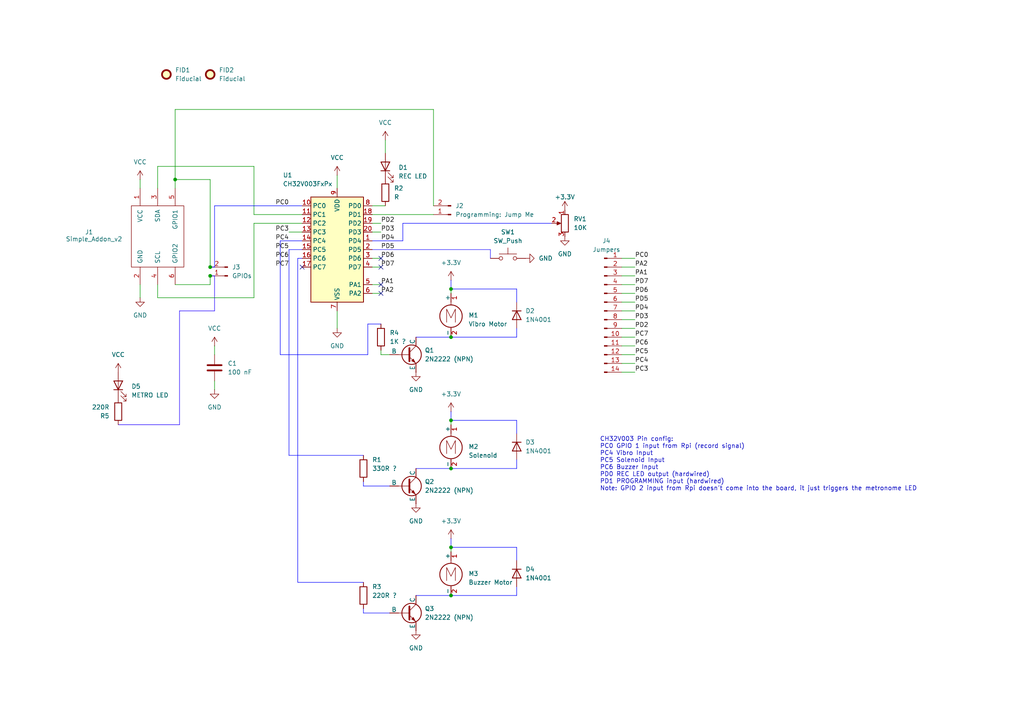
<source format=kicad_sch>
(kicad_sch (version 20231120) (generator "eeschema") (generator_version "8.0")
  (paper "A4")
  (lib_symbols
    (symbol "Connector:Conn_01x02_Pin" (pin_names (offset 1.016) hide)
      (property "Reference" "J" (at 0 2.54 0))
      (property "Value" "Conn_01x02_Pin" (at 0 -5.08 0))
      (symbol "Conn_01x02_Pin_1_1"
        (polyline (pts (xy 1.27 -2.54) (xy 0.8636 -2.54)) (stroke (width 0.1524)))
        (polyline (pts (xy 1.27 0) (xy 0.8636 0)) (stroke (width 0.1524)))
        (rectangle (start 0.8636 -2.413) (end 0 -2.667) (stroke (width 0.1524)) (fill (type outline)))
        (rectangle (start 0.8636 0.127) (end 0 -0.127) (stroke (width 0.1524)) (fill (type outline)))
        (pin passive line (at 5.08 0 180) (length 3.81) (name "Pin_1") (number "1"))
        (pin passive line (at 5.08 -2.54 180) (length 3.81) (name "Pin_2") (number "2"))
      )
    )
    (symbol "Connector:Conn_01x14_Pin" (pin_names (offset 1.016) hide)
      (property "Reference" "J" (at 0 17.78 0))
      (property "Value" "Conn_01x14_Pin" (at 0 -20.32 0))
      (symbol "Conn_01x14_Pin_1_1"
        (polyline (pts (xy 1.27 -17.78) (xy 0.8636 -17.78)) (stroke (width 0.1524)))
        (polyline (pts (xy 1.27 -15.24) (xy 0.8636 -15.24)) (stroke (width 0.1524)))
        (polyline (pts (xy 1.27 -12.7) (xy 0.8636 -12.7)) (stroke (width 0.1524)))
        (polyline (pts (xy 1.27 -10.16) (xy 0.8636 -10.16)) (stroke (width 0.1524)))
        (polyline (pts (xy 1.27 -7.62) (xy 0.8636 -7.62)) (stroke (width 0.1524)))
        (polyline (pts (xy 1.27 -5.08) (xy 0.8636 -5.08)) (stroke (width 0.1524)))
        (polyline (pts (xy 1.27 -2.54) (xy 0.8636 -2.54)) (stroke (width 0.1524)))
        (polyline (pts (xy 1.27 0) (xy 0.8636 0)) (stroke (width 0.1524)))
        (polyline (pts (xy 1.27 2.54) (xy 0.8636 2.54)) (stroke (width 0.1524)))
        (polyline (pts (xy 1.27 5.08) (xy 0.8636 5.08)) (stroke (width 0.1524)))
        (polyline (pts (xy 1.27 7.62) (xy 0.8636 7.62)) (stroke (width 0.1524)))
        (polyline (pts (xy 1.27 10.16) (xy 0.8636 10.16)) (stroke (width 0.1524)))
        (polyline (pts (xy 1.27 12.7) (xy 0.8636 12.7)) (stroke (width 0.1524)))
        (polyline (pts (xy 1.27 15.24) (xy 0.8636 15.24)) (stroke (width 0.1524)))
        (rectangle (start 0.8636 -17.653) (end 0 -17.907) (stroke (width 0.1524)) (fill (type outline)))
        (rectangle (start 0.8636 -15.113) (end 0 -15.367) (stroke (width 0.1524)) (fill (type outline)))
        (rectangle (start 0.8636 -12.573) (end 0 -12.827) (stroke (width 0.1524)) (fill (type outline)))
        (rectangle (start 0.8636 -10.033) (end 0 -10.287) (stroke (width 0.1524)) (fill (type outline)))
        (rectangle (start 0.8636 -7.493) (end 0 -7.747) (stroke (width 0.1524)) (fill (type outline)))
        (rectangle (start 0.8636 -4.953) (end 0 -5.207) (stroke (width 0.1524)) (fill (type outline)))
        (rectangle (start 0.8636 -2.413) (end 0 -2.667) (stroke (width 0.1524)) (fill (type outline)))
        (rectangle (start 0.8636 0.127) (end 0 -0.127) (stroke (width 0.1524)) (fill (type outline)))
        (rectangle (start 0.8636 2.667) (end 0 2.413) (stroke (width 0.1524)) (fill (type outline)))
        (rectangle (start 0.8636 5.207) (end 0 4.953) (stroke (width 0.1524)) (fill (type outline)))
        (rectangle (start 0.8636 7.747) (end 0 7.493) (stroke (width 0.1524)) (fill (type outline)))
        (rectangle (start 0.8636 10.287) (end 0 10.033) (stroke (width 0.1524)) (fill (type outline)))
        (rectangle (start 0.8636 12.827) (end 0 12.573) (stroke (width 0.1524)) (fill (type outline)))
        (rectangle (start 0.8636 15.367) (end 0 15.113) (stroke (width 0.1524)) (fill (type outline)))
        (pin passive line (at 5.08 15.24 180) (length 3.81) (name "Pin_1") (number "1"))
        (pin passive line (at 5.08 -7.62 180) (length 3.81) (name "Pin_10") (number "10"))
        (pin passive line (at 5.08 -10.16 180) (length 3.81) (name "Pin_11") (number "11"))
        (pin passive line (at 5.08 -12.7 180) (length 3.81) (name "Pin_12") (number "12"))
        (pin passive line (at 5.08 -15.24 180) (length 3.81) (name "Pin_13") (number "13"))
        (pin passive line (at 5.08 -17.78 180) (length 3.81) (name "Pin_14") (number "14"))
        (pin passive line (at 5.08 12.7 180) (length 3.81) (name "Pin_2") (number "2"))
        (pin passive line (at 5.08 10.16 180) (length 3.81) (name "Pin_3") (number "3"))
        (pin passive line (at 5.08 7.62 180) (length 3.81) (name "Pin_4") (number "4"))
        (pin passive line (at 5.08 5.08 180) (length 3.81) (name "Pin_5") (number "5"))
        (pin passive line (at 5.08 2.54 180) (length 3.81) (name "Pin_6") (number "6"))
        (pin passive line (at 5.08 0 180) (length 3.81) (name "Pin_7") (number "7"))
        (pin passive line (at 5.08 -2.54 180) (length 3.81) (name "Pin_8") (number "8"))
        (pin passive line (at 5.08 -5.08 180) (length 3.81) (name "Pin_9") (number "9"))
      )
    )
    (symbol "Device:C" (pin_numbers hide) (pin_names (offset 0.254))
      (property "Reference" "C" (at 0.635 2.54 0))
      (property "Value" "C" (at 0.635 -2.54 0))
      (symbol "C_0_1"
        (polyline (pts (xy -2.032 -0.762) (xy 2.032 -0.762)) (stroke (width 0.508)))
        (polyline (pts (xy -2.032 0.762) (xy 2.032 0.762)) (stroke (width 0.508)))
      )
      (symbol "C_1_1"
        (pin passive line (at 0 3.81 270) (length 2.794) (name "~") (number "1"))
        (pin passive line (at 0 -3.81 90) (length 2.794) (name "~") (number "2"))
      )
    )
    (symbol "Device:LED" (pin_numbers hide) (pin_names (offset 1.016) hide)
      (property "Reference" "D" (at 0 2.54 0))
      (property "Value" "LED" (at 0 -2.54 0))
      (symbol "LED_0_1"
        (polyline (pts (xy -1.27 -1.27) (xy -1.27 1.27)) (stroke (width 0.254)))
        (polyline (pts (xy -1.27 0) (xy 1.27 0)))
        (polyline (pts (xy 1.27 -1.27) (xy 1.27 1.27) (xy -1.27 0) (xy 1.27 -1.27)) (stroke (width 0.254)))
        (polyline (pts (xy -3.048 -0.762) (xy -4.572 -2.286) (xy -3.81 -2.286) (xy -4.572 -2.286) (xy -4.572 -1.524)))
        (polyline (pts (xy -1.778 -0.762) (xy -3.302 -2.286) (xy -2.54 -2.286) (xy -3.302 -2.286) (xy -3.302 -1.524)))
      )
      (symbol "LED_1_1"
        (pin passive line (at -3.81 0 0) (length 2.54) (name "K") (number "1"))
        (pin passive line (at 3.81 0 180) (length 2.54) (name "A") (number "2"))
      )
    )
    (symbol "Device:R" (pin_numbers hide) (pin_names (offset 0))
      (property "Reference" "R" (at 2.032 0 90))
      (property "Value" "R" (at 0 0 90))
      (symbol "R_0_1"
        (rectangle (start -1.016 -2.54) (end 1.016 2.54) (stroke (width 0.254)))
      )
      (symbol "R_1_1"
        (pin passive line (at 0 3.81 270) (length 1.27) (name "~") (number "1"))
        (pin passive line (at 0 -3.81 90) (length 1.27) (name "~") (number "2"))
      )
    )
    (symbol "Device:R_Potentiometer" (pin_names (offset 1.016) hide)
      (property "Reference" "RV" (at -4.445 0 90))
      (property "Value" "R_Potentiometer" (at -2.54 0 90))
      (symbol "R_Potentiometer_0_1"
        (polyline (pts (xy 2.54 0) (xy 1.524 0)))
        (polyline (pts (xy 1.143 0) (xy 2.286 0.508) (xy 2.286 -0.508) (xy 1.143 0)) (fill (type outline)))
        (rectangle (start 1.016 2.54) (end -1.016 -2.54) (stroke (width 0.254)))
      )
      (symbol "R_Potentiometer_1_1"
        (pin passive line (at 0 3.81 270) (length 1.27) (name "1") (number "1"))
        (pin passive line (at 3.81 0 180) (length 1.27) (name "2") (number "2"))
        (pin passive line (at 0 -3.81 90) (length 1.27) (name "3") (number "3"))
      )
    )
    (symbol "Diode:1N4001" (pin_numbers hide) (pin_names hide)
      (property "Reference" "D" (at 0 2.54 0))
      (property "Value" "1N4001" (at 0 -2.54 0))
      (symbol "1N4001_0_1"
        (polyline (pts (xy -1.27 1.27) (xy -1.27 -1.27)) (stroke (width 0.254)))
        (polyline (pts (xy 1.27 0) (xy -1.27 0)))
        (polyline (pts (xy 1.27 1.27) (xy 1.27 -1.27) (xy -1.27 0) (xy 1.27 1.27)) (stroke (width 0.254)))
      )
      (symbol "1N4001_1_1"
        (pin passive line (at -3.81 0 0) (length 2.54) (name "K") (number "1"))
        (pin passive line (at 3.81 0 180) (length 2.54) (name "A") (number "2"))
      )
    )
    (symbol "MCU_WCH_CH32V0:CH32V003FxPx"
      (property "Reference" "U" (at -7.62 17.78 0))
      (property "Value" "CH32V003FxPx" (at 7.62 17.78 0))
      (symbol "CH32V003FxPx_1_1"
        (rectangle (start -7.62 15.24) (end 7.62 -15.24) (stroke (width 0.254)) (fill (type background)))
        (pin bidirectional line (at 10.16 2.54 180) (length 2.54) (name "PD4") (number "1"))
        (pin bidirectional line (at -10.16 12.7 0) (length 2.54) (name "PC0") (number "10"))
        (pin bidirectional line (at -10.16 10.16 0) (length 2.54) (name "PC1") (number "11"))
        (pin bidirectional line (at -10.16 7.62 0) (length 2.54) (name "PC2") (number "12"))
        (pin bidirectional line (at -10.16 5.08 0) (length 2.54) (name "PC3") (number "13"))
        (pin bidirectional line (at -10.16 2.54 0) (length 2.54) (name "PC4") (number "14"))
        (pin bidirectional line (at -10.16 0 0) (length 2.54) (name "PC5") (number "15"))
        (pin bidirectional line (at -10.16 -2.54 0) (length 2.54) (name "PC6") (number "16"))
        (pin bidirectional line (at -10.16 -5.08 0) (length 2.54) (name "PC7") (number "17"))
        (pin bidirectional line (at 10.16 10.16 180) (length 2.54) (name "PD1") (number "18"))
        (pin bidirectional line (at 10.16 7.62 180) (length 2.54) (name "PD2") (number "19"))
        (pin bidirectional line (at 10.16 0 180) (length 2.54) (name "PD5") (number "2"))
        (pin bidirectional line (at 10.16 5.08 180) (length 2.54) (name "PD3") (number "20"))
        (pin bidirectional line (at 10.16 -2.54 180) (length 2.54) (name "PD6") (number "3"))
        (pin bidirectional line (at 10.16 -5.08 180) (length 2.54) (name "PD7") (number "4"))
        (pin bidirectional line (at 10.16 -10.16 180) (length 2.54) (name "PA1") (number "5"))
        (pin bidirectional line (at 10.16 -12.7 180) (length 2.54) (name "PA2") (number "6"))
        (pin power_in line (at 0 -17.78 90) (length 2.54) (name "VSS") (number "7"))
        (pin bidirectional line (at 10.16 12.7 180) (length 2.54) (name "PD0") (number "8"))
        (pin power_in line (at 0 17.78 270) (length 2.54) (name "VDD") (number "9"))
      )
    )
    (symbol "Mechanical:Fiducial" (exclude_from_sim yes) (in_bom no)
      (property "Reference" "FID" (at 0 5.08 0))
      (property "Value" "Fiducial" (at 0 3.175 0))
      (symbol "Fiducial_0_1"
        (circle (center 0 0) (radius 1.27) (stroke (width 0.508)) (fill (type background)))
      )
    )
    (symbol "Motor:Motor_DC" (pin_names (offset 0))
      (property "Reference" "M" (at 2.54 2.54 0))
      (property "Value" "Motor_DC" (at 2.54 -5.08 0))
      (symbol "Motor_DC_0_0"
        (polyline (pts (xy -1.27 -3.302) (xy -1.27 0.508) (xy 0 -2.032) (xy 1.27 0.508) (xy 1.27 -3.302)))
      )
      (symbol "Motor_DC_0_1"
        (circle (center 0 -1.524) (radius 3.2512) (stroke (width 0.254)))
        (polyline (pts (xy 0 -7.62) (xy 0 -7.112)))
        (polyline (pts (xy 0 -4.7752) (xy 0 -5.1816)))
        (polyline (pts (xy 0 1.7272) (xy 0 2.0828)))
        (polyline (pts (xy 0 2.032) (xy 0 2.54)))
      )
      (symbol "Motor_DC_1_1"
        (pin passive line (at 0 5.08 270) (length 2.54) (name "+") (number "1"))
        (pin passive line (at 0 -7.62 90) (length 2.54) (name "-") (number "2"))
      )
    )
    (symbol "Simulation_SPICE:NPN" (pin_numbers hide) (pin_names (offset 0))
      (property "Reference" "Q" (at -2.54 7.62 0))
      (property "Value" "NPN" (at -2.54 5.08 0))
      (symbol "NPN_0_1"
        (polyline (pts (xy -2.54 0) (xy 0.635 0)) (stroke (width 0.1524)))
        (polyline (pts (xy 0.635 0.635) (xy 2.54 2.54)))
        (polyline (pts (xy 2.794 -1.27) (xy 2.794 -1.27)) (stroke (width 0.1524)))
        (polyline (pts (xy 2.794 -1.27) (xy 2.794 -1.27)) (stroke (width 0.1524)))
        (polyline (pts (xy 0.635 -0.635) (xy 2.54 -2.54) (xy 2.54 -2.54)))
        (polyline (pts (xy 0.635 1.905) (xy 0.635 -1.905) (xy 0.635 -1.905)) (stroke (width 0.508)))
        (polyline (pts (xy 1.27 -1.778) (xy 1.778 -1.27) (xy 2.286 -2.286) (xy 1.27 -1.778) (xy 1.27 -1.778)) (fill (type outline)))
        (circle (center 1.27 0) (radius 2.8194) (stroke (width 0.254)))
      )
      (symbol "NPN_1_1"
        (pin open_collector line (at 2.54 5.08 270) (length 2.54) (name "C") (number "1"))
        (pin input line (at -5.08 0 0) (length 2.54) (name "B") (number "2"))
        (pin open_emitter line (at 2.54 -5.08 90) (length 2.54) (name "E") (number "3"))
      )
    )
    (symbol "Switch:SW_Push" (pin_numbers hide) (pin_names (offset 1.016) hide)
      (property "Reference" "SW" (at 1.27 2.54 0))
      (property "Value" "SW_Push" (at 0 -1.524 0))
      (symbol "SW_Push_0_1"
        (circle (center -2.032 0) (radius 0.508))
        (polyline (pts (xy 0 1.27) (xy 0 3.048)))
        (polyline (pts (xy 2.54 1.27) (xy -2.54 1.27)))
        (circle (center 2.032 0) (radius 0.508))
        (pin passive line (at -5.08 0 0) (length 2.54) (name "1") (number "1"))
        (pin passive line (at 5.08 0 180) (length 2.54) (name "2") (number "2"))
      )
    )
    (symbol "power:+3.3V" (power) (pin_numbers hide) (pin_names (offset 0) hide)
      (property "Value" "+3.3V" (at 0 3.556 0))
      (symbol "+3.3V_0_1"
        (polyline (pts (xy -0.762 1.27) (xy 0 2.54)))
        (polyline (pts (xy 0 0) (xy 0 2.54)))
        (polyline (pts (xy 0 2.54) (xy 0.762 1.27)))
      )
      (symbol "+3.3V_1_1"
        (pin power_in line (at 0 0 90) (length 0) (name "~") (number "1"))
      )
    )
    (symbol "power:GND" (power) (pin_numbers hide) (pin_names (offset 0) hide)
      (property "Value" "GND" (at 0 -3.81 0))
      (symbol "GND_0_1"
        (polyline (pts (xy 0 0) (xy 0 -1.27) (xy 1.27 -1.27) (xy 0 -2.54) (xy -1.27 -1.27) (xy 0 -1.27)))
      )
      (symbol "GND_1_1"
        (pin power_in line (at 0 0 270) (length 0) (name "~") (number "1"))
      )
    )
    (symbol "power:VCC" (power) (pin_numbers hide) (pin_names (offset 0) hide)
      (property "Value" "VCC" (at 0 3.556 0))
      (symbol "VCC_0_1"
        (polyline (pts (xy -0.762 1.27) (xy 0 2.54)))
        (polyline (pts (xy 0 0) (xy 0 2.54)))
        (polyline (pts (xy 0 2.54) (xy 0.762 1.27)))
      )
      (symbol "VCC_1_1"
        (pin power_in line (at 0 0 90) (length 0) (name "~") (number "1"))
      )
    )
    (symbol "todbot_stuff:Simple_Addon_v2" (pin_names (offset 1.016))
      (property "Reference" "X" (at 0 0 0))
      (property "Value" "Simple_Addon_v2" (at 0 20.32 0))
      (symbol "Simple_Addon_v2_0_1"
        (rectangle (start -7.62 8.89) (end 7.62 -8.89))
      )
      (symbol "Simple_Addon_v2_1_1"
        (pin input line (at -5.08 13.97 270) (length 5.08) (name "VCC") (number "1"))
        (pin input line (at -5.08 -13.97 90) (length 5.08) (name "GND") (number "2"))
        (pin input line (at 0 13.97 270) (length 5.08) (name "SDA") (number "3"))
        (pin input line (at 0 -13.97 90) (length 5.08) (name "SCL") (number "4"))
        (pin input line (at 5.08 13.97 270) (length 5.08) (name "GPIO1") (number "5"))
        (pin input line (at 5.08 -13.97 90) (length 5.08) (name "GPIO2") (number "6"))
      )
    )
  )
  (junction (at 60.96 80.01))
  (junction (at 130.81 172.72))
  (junction (at 50.8 52.07))
  (junction (at 130.81 135.89))
  (junction (at 60.96 77.47))
  (junction (at 130.81 83.82))
  (junction (at 130.81 97.79))
  (junction (at 130.81 158.75))
  (junction (at 130.81 121.92))
  (no_connect (at 110.49 77.47))
  (no_connect (at 110.49 82.55))
  (no_connect (at 110.49 74.93))
  (no_connect (at 87.63 77.47))
  (no_connect (at 110.49 85.09))
  (wire (pts (xy 180.34 85.09) (xy 184.15 85.09)))
  (wire (pts (xy 130.81 83.82) (xy 130.81 81.28)) (stroke (width 0) (color 4 4 255 1)))
  (wire (pts (xy 106.68 93.98) (xy 110.49 93.98)) (stroke (width 0) (color 4 4 255 1)))
  (wire (pts (xy 50.8 52.07) (xy 50.8 54.61)))
  (wire (pts (xy 149.86 97.79) (xy 130.81 97.79)) (stroke (width 0) (color 4 4 255 1)))
  (wire (pts (xy 130.81 158.75) (xy 149.86 158.75)) (stroke (width 0) (color 4 4 255 1)))
  (wire (pts (xy 45.72 54.61) (xy 45.72 48.26)))
  (wire (pts (xy 107.95 82.55) (xy 110.49 82.55)))
  (wire (pts (xy 149.86 170.18) (xy 149.86 172.72)) (stroke (width 0) (color 4 4 255 1)))
  (wire (pts (xy 107.95 69.85) (xy 116.84 69.85)) (stroke (width 0) (color 4 4 255 1)))
  (wire (pts (xy 125.73 31.75) (xy 50.8 31.75)))
  (wire (pts (xy 60.96 80.01) (xy 62.23 80.01)) (stroke (width 0) (color 31 0 255 1)))
  (wire (pts (xy 149.86 121.92) (xy 149.86 125.73)) (stroke (width 0) (color 4 4 255 1)))
  (wire (pts (xy 45.72 48.26) (xy 73.66 48.26)))
  (wire (pts (xy 62.23 100.33) (xy 62.23 102.87)))
  (wire (pts (xy 149.86 172.72) (xy 130.81 172.72)) (stroke (width 0) (color 4 4 255 1)))
  (wire (pts (xy 110.49 101.6) (xy 110.49 102.87)))
  (wire (pts (xy 81.28 69.85) (xy 81.28 102.87)) (stroke (width 0) (color 4 4 255 1)))
  (wire (pts (xy 180.34 97.79) (xy 184.15 97.79)))
  (wire (pts (xy 130.81 83.82) (xy 149.86 83.82)) (stroke (width 0) (color 4 4 255 1)))
  (wire (pts (xy 86.36 74.93) (xy 86.36 168.91)) (stroke (width 0) (color 4 4 255 1)))
  (wire (pts (xy 107.95 85.09) (xy 110.49 85.09)))
  (wire (pts (xy 110.49 102.87) (xy 113.03 102.87)))
  (wire (pts (xy 73.66 48.26) (xy 73.66 62.23)))
  (wire (pts (xy 107.95 77.47) (xy 110.49 77.47)))
  (wire (pts (xy 83.82 72.39) (xy 83.82 132.08)) (stroke (width 0) (color 4 4 255 1)))
  (wire (pts (xy 130.81 158.75) (xy 130.81 156.21)) (stroke (width 0) (color 4 4 255 1)))
  (wire (pts (xy 97.79 50.8) (xy 97.79 54.61)))
  (wire (pts (xy 34.29 123.19) (xy 52.07 123.19)) (stroke (width 0) (color 31 0 255 1)))
  (wire (pts (xy 73.66 62.23) (xy 87.63 62.23)))
  (wire (pts (xy 180.34 74.93) (xy 184.15 74.93)))
  (wire (pts (xy 73.66 64.77) (xy 87.63 64.77)))
  (wire (pts (xy 107.95 72.39) (xy 142.24 72.39)) (stroke (width 0) (color 31 19 255 1)))
  (wire (pts (xy 130.81 121.92) (xy 130.81 119.38)) (stroke (width 0) (color 4 4 255 1)))
  (wire (pts (xy 180.34 87.63) (xy 184.15 87.63)))
  (wire (pts (xy 180.34 77.47) (xy 184.15 77.47)))
  (wire (pts (xy 180.34 105.41) (xy 184.15 105.41)))
  (wire (pts (xy 52.07 90.17) (xy 62.23 90.17)) (stroke (width 0) (color 31 0 255 1)))
  (wire (pts (xy 107.95 67.31) (xy 110.49 67.31)))
  (wire (pts (xy 60.96 52.07) (xy 60.96 77.47)))
  (wire (pts (xy 116.84 64.77) (xy 116.84 69.85)) (stroke (width 0) (color 4 4 255 1)))
  (wire (pts (xy 142.24 72.39) (xy 142.24 74.93)) (stroke (width 0) (color 31 19 255 1)))
  (wire (pts (xy 111.76 40.64) (xy 111.76 44.45)))
  (wire (pts (xy 45.72 82.55) (xy 45.72 86.36)))
  (wire (pts (xy 107.95 59.69) (xy 111.76 59.69)))
  (wire (pts (xy 86.36 74.93) (xy 87.63 74.93)) (stroke (width 0) (color 4 4 255 1)))
  (wire (pts (xy 116.84 64.77) (xy 160.02 64.77)) (stroke (width 0) (color 4 4 255 1)))
  (wire (pts (xy 105.41 177.8) (xy 113.03 177.8)) (stroke (width 0) (color 4 4 255 1)))
  (wire (pts (xy 180.34 90.17) (xy 184.15 90.17)))
  (wire (pts (xy 81.28 102.87) (xy 106.68 102.87)) (stroke (width 0) (color 4 4 255 1)))
  (wire (pts (xy 107.95 74.93) (xy 110.49 74.93)))
  (wire (pts (xy 180.34 92.71) (xy 184.15 92.71)))
  (wire (pts (xy 130.81 121.92) (xy 149.86 121.92)) (stroke (width 0) (color 4 4 255 1)))
  (wire (pts (xy 149.86 95.25) (xy 149.86 97.79)) (stroke (width 0) (color 4 4 255 1)))
  (wire (pts (xy 73.66 86.36) (xy 73.66 64.77)))
  (wire (pts (xy 120.65 97.79) (xy 130.81 97.79)) (stroke (width 0) (color 4 4 255 1)))
  (wire (pts (xy 149.86 158.75) (xy 149.86 162.56)) (stroke (width 0) (color 4 4 255 1)))
  (wire (pts (xy 180.34 107.95) (xy 184.15 107.95)))
  (wire (pts (xy 50.8 31.75) (xy 50.8 52.07)))
  (wire (pts (xy 180.34 102.87) (xy 184.15 102.87)))
  (wire (pts (xy 106.68 102.87) (xy 106.68 93.98)) (stroke (width 0) (color 4 4 255 1)))
  (wire (pts (xy 125.73 59.69) (xy 125.73 31.75)))
  (wire (pts (xy 180.34 100.33) (xy 184.15 100.33)))
  (wire (pts (xy 45.72 86.36) (xy 73.66 86.36)))
  (wire (pts (xy 97.79 90.17) (xy 97.79 95.25)))
  (wire (pts (xy 52.07 123.19) (xy 52.07 90.17)) (stroke (width 0) (color 31 0 255 1)))
  (wire (pts (xy 149.86 133.35) (xy 149.86 135.89)) (stroke (width 0) (color 4 4 255 1)))
  (wire (pts (xy 62.23 77.47) (xy 60.96 77.47)) (stroke (width 0) (color 1 9 255 1)))
  (wire (pts (xy 105.41 176.53) (xy 105.41 177.8)) (stroke (width 0) (color 4 4 255 1)))
  (wire (pts (xy 120.65 135.89) (xy 130.81 135.89)) (stroke (width 0) (color 4 4 255 1)))
  (wire (pts (xy 62.23 59.69) (xy 62.23 77.47)) (stroke (width 0) (color 1 9 255 1)))
  (wire (pts (xy 40.64 82.55) (xy 40.64 86.36)))
  (wire (pts (xy 149.86 83.82) (xy 149.86 87.63)) (stroke (width 0) (color 4 4 255 1)))
  (wire (pts (xy 62.23 90.17) (xy 62.23 80.01)) (stroke (width 0) (color 31 0 255 1)))
  (wire (pts (xy 180.34 82.55) (xy 184.15 82.55)))
  (wire (pts (xy 62.23 59.69) (xy 87.63 59.69)) (stroke (width 0) (color 1 9 255 1)))
  (wire (pts (xy 130.81 123.19) (xy 130.81 121.92)))
  (wire (pts (xy 62.23 110.49) (xy 62.23 113.03)))
  (wire (pts (xy 120.65 172.72) (xy 130.81 172.72)) (stroke (width 0) (color 4 4 255 1)))
  (wire (pts (xy 180.34 80.01) (xy 184.15 80.01)))
  (wire (pts (xy 83.82 67.31) (xy 87.63 67.31)))
  (wire (pts (xy 40.64 52.07) (xy 40.64 54.61)))
  (wire (pts (xy 86.36 168.91) (xy 105.41 168.91)) (stroke (width 0) (color 4 4 255 1)))
  (wire (pts (xy 130.81 160.02) (xy 130.81 158.75)))
  (wire (pts (xy 130.81 85.09) (xy 130.81 83.82)))
  (wire (pts (xy 83.82 132.08) (xy 105.41 132.08)) (stroke (width 0) (color 4 4 255 1)))
  (wire (pts (xy 60.96 80.01) (xy 60.96 82.55)))
  (wire (pts (xy 107.95 64.77) (xy 110.49 64.77)))
  (wire (pts (xy 149.86 135.89) (xy 130.81 135.89)) (stroke (width 0) (color 4 4 255 1)))
  (wire (pts (xy 81.28 69.85) (xy 87.63 69.85)) (stroke (width 0) (color 4 4 255 1)))
  (wire (pts (xy 83.82 72.39) (xy 87.63 72.39)) (stroke (width 0) (color 4 4 255 1)))
  (wire (pts (xy 105.41 139.7) (xy 105.41 140.97)) (stroke (width 0) (color 4 4 255 1)))
  (wire (pts (xy 50.8 82.55) (xy 60.96 82.55)))
  (wire (pts (xy 107.95 62.23) (xy 125.73 62.23)))
  (wire (pts (xy 50.8 52.07) (xy 60.96 52.07)))
  (wire (pts (xy 180.34 95.25) (xy 184.15 95.25)))
  (wire (pts (xy 105.41 140.97) (xy 113.03 140.97)) (stroke (width 0) (color 4 4 255 1)))
  (text "CH32V003 Pin config:\nPC0 GPIO 1 input from Rpi (record signal)\nPC4 Vibro Input\nPC5 Solenoid Input\nPC6 Buzzer Input\nPD0 REC LED output (hardwired)\nPD1 PROGRAMMING input (hardwired)\nNote: GPIO 2 input from Rpi doesn't come into the board, it just triggers the metronome LED" (at 173.99 134.62 0) (effects (font (size 1.27 1.27)) (justify left)))
  (label "PC6" (at 184.15 100.33 0))
  (label "PC7" (at 83.82 77.47 180))
  (label "PC3" (at 83.82 67.31 180))
  (label "PD5" (at 184.15 87.63 0))
  (label "PD2" (at 184.15 95.25 0))
  (label "PD6" (at 184.15 85.09 0))
  (label "PA2" (at 184.15 77.47 0))
  (label "PA1" (at 184.15 80.01 0))
  (label "PA2" (at 110.49 85.09 0))
  (label "PC6" (at 83.82 74.93 180))
  (label "PC0" (at 184.15 74.93 0))
  (label "PC5" (at 83.82 72.39 180))
  (label "PC4" (at 184.15 105.41 0))
  (label "PC7" (at 184.15 97.79 0))
  (label "PD7" (at 110.49 77.47 0))
  (label "PA1" (at 110.49 82.55 0))
  (label "PC5" (at 184.15 102.87 0))
  (label "PD7" (at 184.15 82.55 0))
  (label "PD3" (at 184.15 92.71 0))
  (label "PC4" (at 83.82 69.85 180))
  (label "PD4" (at 184.15 90.17 0))
  (label "PC3" (at 184.15 107.95 0))
  (label "PD6" (at 110.49 74.93 0))
  (label "PD4" (at 110.49 69.85 0))
  (label "PC0" (at 83.82 59.69 180))
  (label "PD3" (at 110.49 67.31 0))
  (label "PD2" (at 110.49 64.77 0))
  (label "PD5" (at 110.49 72.39 0))
  (symbol (lib_id "power:GND") (at 163.83 68.58 0) (unit 1)
    (property "Reference" "#PWR013" (effects (hide yes)))
    (property "Value" "GND" (at 163.83 73.66 0))
    (property "Description" "Power symbol creates a global label with name \"GND\" , ground" (effects (hide yes)))
  )
  (symbol (lib_id "power:VCC") (at 111.76 40.64 0) (unit 1)
    (property "Reference" "#PWR07" (effects (hide yes)))
    (property "Value" "VCC" (at 111.76 35.56 0))
    (property "Description" "Power symbol creates a global label with name \"VCC\"" (effects (hide yes)))
  )
  (symbol (lib_id "power:+3.3V") (at 130.81 119.38 0) (unit 1)
    (property "Reference" "#PWR015" (effects (hide yes)))
    (property "Value" "+3.3V" (at 130.81 114.3 0))
    (property "Description" "Power symbol creates a global label with name \"+3.3V\"" (effects (hide yes)))
  )
  (symbol (lib_id "Device:R") (at 105.41 172.72 0) (unit 1)
    (property "Reference" "R3" (at 107.95 170.18 0) (effects (justify left)))
    (property "Value" "220R ?" (at 107.95 172.7199 0) (effects (justify left)))
    (property "Description" "Resistor" (effects (hide yes)))
  )
  (symbol (lib_id "Device:R") (at 111.76 55.88 0) (unit 1)
    (property "Reference" "R2" (at 114.3 54.6099 0) (effects (justify left)))
    (property "Value" "R" (at 114.3 57.1499 0) (effects (justify left)))
    (property "Footprint" "Resistor_SMD:R_0603_1608Metric" (effects (hide yes)))
    (property "Description" "Resistor" (effects (hide yes)))
  )
  (symbol (lib_id "power:VCC") (at 40.64 52.07 0) (unit 1)
    (property "Reference" "#PWR01" (effects (hide yes)))
    (property "Value" "VCC" (at 40.64 46.99 0))
    (property "Description" "Power symbol creates a global label with name \"VCC\"" (effects (hide yes)))
  )
  (symbol (lib_id "Diode:1N4001") (at 149.86 129.54 270) (unit 1)
    (property "Reference" "D3" (at 152.4 128.2699 90) (effects (justify left)))
    (property "Value" "1N4001" (at 152.4 130.8099 90) (effects (justify left)))
    (property "Footprint" "Diode_THT:D_DO-41_SOD81_P10.16mm_Horizontal" (effects (hide yes)))
    (property "Datasheet" "http://www.vishay.com/docs/88503/1n4001.pdf" (effects (hide yes)))
    (property "Description" "50V 1A General Purpose Rectifier Diode, DO-41" (effects (hide yes)))
    (property "Sim.Device" "D" (effects (hide yes)))
    (property "Sim.Pins" "1=K 2=A" (effects (hide yes)))
  )
  (symbol (lib_id "Diode:1N4001") (at 149.86 91.44 270) (unit 1)
    (property "Reference" "D2" (at 152.4 90.1699 90) (effects (justify left)))
    (property "Value" "1N4001" (at 152.4 92.7099 90) (effects (justify left)))
    (property "Footprint" "Diode_THT:D_DO-41_SOD81_P10.16mm_Horizontal" (effects (hide yes)))
    (property "Datasheet" "http://www.vishay.com/docs/88503/1n4001.pdf" (effects (hide yes)))
    (property "Description" "50V 1A General Purpose Rectifier Diode, DO-41" (effects (hide yes)))
    (property "Sim.Device" "D" (effects (hide yes)))
    (property "Sim.Pins" "1=K 2=A" (effects (hide yes)))
  )
  (symbol (lib_id "Device:C") (at 62.23 106.68 0) (unit 1)
    (property "Reference" "C1" (at 66.04 105.4099 0) (effects (justify left)))
    (property "Value" "100 nF" (at 66.04 107.9499 0) (effects (justify left)))
    (property "Footprint" "Capacitor_SMD:C_0603_1608Metric" (effects (hide yes)))
    (property "Description" "Unpolarized capacitor" (effects (hide yes)))
  )
  (symbol (lib_id "Device:LED") (at 111.76 48.26 90) (unit 1)
    (property "Reference" "D1" (at 115.57 48.5774 90) (effects (justify right)))
    (property "Value" "REC LED" (at 115.57 51.1174 90) (effects (justify right)))
    (property "Footprint" "LED_SMD:LED_0603_1608Metric" (effects (hide yes)))
    (property "Description" "Light emitting diode" (effects (hide yes)))
  )
  (symbol (lib_id "power:GND") (at 62.23 113.03 0) (unit 1)
    (property "Reference" "#PWR04" (effects (hide yes)))
    (property "Value" "GND" (at 62.23 118.11 0))
    (property "Description" "Power symbol creates a global label with name \"GND\" , ground" (effects (hide yes)))
  )
  (symbol (lib_id "MCU_WCH_CH32V0:CH32V003FxPx") (at 97.79 72.39 0) (unit 1)
    (property "Reference" "U1" (at 82.042 50.8 0) (effects (justify left)))
    (property "Value" "CH32V003FxPx" (at 82.042 53.34 0) (effects (justify left)))
    (property "Footprint" "Package_SO:TSSOP-20_4.4x6.5mm_P0.65mm" (effects (hide yes)))
    (property "Datasheet" "https://www.wch-ic.com/products/CH32V003.html" (effects (hide yes)))
    (property "Description" "CH32V003 series are industrial-grade general-purpose microcontrollers designed based on 32-bit RISC-V instruction set and architecture. It adopts QingKe V2A core, RV32EC instruction set, and supports 2 levels of interrupt nesting. The series are mounted with rich peripheral interfaces and function modules. Its internal organizational structure meets the low-cost and low-power embedded application scenarios." (effects (hide yes)))
  )
  (symbol (lib_id "Simulation_SPICE:NPN") (at 118.11 140.97 0) (unit 1)
    (property "Reference" "Q2" (at 123.19 139.6999 0) (effects (justify left)))
    (property "Value" "2N2222 (NPN)" (at 123.19 142.2399 0) (effects (justify left)))
    (property "Datasheet" "https://ngspice.sourceforge.io/docs/ngspice-html-manual/manual.xhtml#cha_BJTs" (effects (hide yes)))
    (property "Description" "Bipolar transistor symbol for simulation only, substrate tied to the emitter" (effects (hide yes)))
    (property "Sim.Device" "NPN" (effects (hide yes)))
    (property "Sim.Type" "GUMMELPOON" (effects (hide yes)))
    (property "Sim.Pins" "1=C 2=B 3=E" (effects (hide yes)))
  )
  (symbol (lib_id "power:GND") (at 120.65 107.95 0) (unit 1)
    (property "Reference" "#PWR09" (effects (hide yes)))
    (property "Value" "GND" (at 120.65 113.03 0))
    (property "Description" "Power symbol creates a global label with name \"GND\" , ground" (effects (hide yes)))
  )
  (symbol (lib_id "power:GND") (at 152.4 74.93 90) (mirror x) (unit 1)
    (property "Reference" "#PWR018" (effects (hide yes)))
    (property "Value" "GND" (at 156.21 74.9299 90) (effects (justify right)))
    (property "Description" "Power symbol creates a global label with name \"GND\" , ground" (effects (hide yes)))
  )
  (symbol (lib_id "Device:LED") (at 34.29 111.76 90) (unit 1)
    (property "Reference" "D5" (at 38.1 112.0774 90) (effects (justify right)))
    (property "Value" "METRO LED" (at 38.1 114.6174 90) (effects (justify right)))
    (property "Description" "Light emitting diode" (effects (hide yes)))
  )
  (symbol (lib_id "todbot_stuff:Simple_Addon_v2") (at 45.72 68.58 0) (unit 1)
    (property "Reference" "J1" (at 24.638 67.31 0) (effects (justify left)))
    (property "Value" "Simple_Addon_v2" (at 19.05 69.342 0) (effects (justify left)))
    (property "Footprint" "Connector_PinHeader_2.54mm:PinHeader_2x03_P2.54mm_Vertical" (effects (hide yes)))
  )
  (symbol (lib_id "Simulation_SPICE:NPN") (at 118.11 102.87 0) (unit 1)
    (property "Reference" "Q1" (at 123.19 101.5999 0) (effects (justify left)))
    (property "Value" "2N2222 (NPN)" (at 123.19 104.1399 0) (effects (justify left)))
    (property "Datasheet" "https://ngspice.sourceforge.io/docs/ngspice-html-manual/manual.xhtml#cha_BJTs" (effects (hide yes)))
    (property "Description" "Bipolar transistor symbol for simulation only, substrate tied to the emitter" (effects (hide yes)))
    (property "Sim.Device" "NPN" (effects (hide yes)))
    (property "Sim.Type" "GUMMELPOON" (effects (hide yes)))
    (property "Sim.Pins" "1=C 2=B 3=E" (effects (hide yes)))
  )
  (symbol (lib_id "Connector:Conn_01x02_Pin") (at 66.04 80.01 180) (unit 1)
    (property "Reference" "J3" (at 67.31 77.4699 0) (effects (justify right)))
    (property "Value" "GPIOs" (at 67.31 80.0099 0) (effects (justify right)))
    (property "Footprint" "Connector_PinHeader_2.54mm:PinHeader_1x02_P2.54mm_Vertical" (effects (hide yes)))
    (property "Description" "Generic connector, single row, 01x02, script generated" (effects (hide yes)))
  )
  (symbol (lib_id "power:VCC") (at 62.23 100.33 0) (unit 1)
    (property "Reference" "#PWR03" (effects (hide yes)))
    (property "Value" "VCC" (at 62.23 95.25 0))
    (property "Description" "Power symbol creates a global label with name \"VCC\"" (effects (hide yes)))
  )
  (symbol (lib_id "power:GND") (at 97.79 95.25 0) (unit 1)
    (property "Reference" "#PWR06" (effects (hide yes)))
    (property "Value" "GND" (at 97.79 100.33 0))
    (property "Description" "Power symbol creates a global label with name \"GND\" , ground" (effects (hide yes)))
  )
  (symbol (lib_id "Motor:Motor_DC") (at 130.81 90.17 0) (unit 1)
    (property "Reference" "M1" (at 135.89 91.4399 0) (effects (justify left)))
    (property "Value" "Vibro Motor" (at 135.89 93.9799 0) (effects (justify left)))
    (property "Description" "DC Motor" (effects (hide yes)))
  )
  (symbol (lib_id "Mechanical:Fiducial") (at 60.96 21.59 0) (unit 1) (exclude_from_sim yes) (in_bom no)
    (property "Reference" "FID2" (at 63.5 20.3199 0) (effects (justify left)))
    (property "Value" "Fiducial" (at 63.5 22.8599 0) (effects (justify left)))
    (property "Footprint" "Fiducial:Fiducial_1mm_Mask2mm" (effects (hide yes)))
    (property "Description" "Fiducial Marker" (effects (hide yes)))
  )
  (symbol (lib_id "Simulation_SPICE:NPN") (at 118.11 177.8 0) (unit 1)
    (property "Reference" "Q3" (at 123.19 176.5299 0) (effects (justify left)))
    (property "Value" "2N2222 (NPN)" (at 123.19 179.0699 0) (effects (justify left)))
    (property "Datasheet" "https://ngspice.sourceforge.io/docs/ngspice-html-manual/manual.xhtml#cha_BJTs" (effects (hide yes)))
    (property "Description" "Bipolar transistor symbol for simulation only, substrate tied to the emitter" (effects (hide yes)))
    (property "Sim.Device" "NPN" (effects (hide yes)))
    (property "Sim.Type" "GUMMELPOON" (effects (hide yes)))
    (property "Sim.Pins" "1=C 2=B 3=E" (effects (hide yes)))
  )
  (symbol (lib_id "Switch:SW_Push") (at 147.32 74.93 0) (mirror y) (unit 1)
    (property "Reference" "SW1" (at 147.32 67.31 0))
    (property "Value" "SW_Push" (at 147.32 69.85 0))
    (property "Description" "Push button switch, generic, two pins" (effects (hide yes)))
  )
  (symbol (lib_id "Mechanical:Fiducial") (at 48.26 21.59 0) (unit 1) (exclude_from_sim yes) (in_bom no)
    (property "Reference" "FID1" (at 50.8 20.3199 0) (effects (justify left)))
    (property "Value" "Fiducial" (at 50.8 22.8599 0) (effects (justify left)))
    (property "Footprint" "Fiducial:Fiducial_1mm_Mask2mm" (effects (hide yes)))
    (property "Description" "Fiducial Marker" (effects (hide yes)))
  )
  (symbol (lib_id "Device:R") (at 110.49 97.79 0) (unit 1)
    (property "Reference" "R4" (at 113.03 96.5199 0) (effects (justify left)))
    (property "Value" "1K ?" (at 113.03 99.0599 0) (effects (justify left)))
    (property "Description" "Resistor" (effects (hide yes)))
  )
  (symbol (lib_id "power:GND") (at 120.65 146.05 0) (unit 1)
    (property "Reference" "#PWR010" (effects (hide yes)))
    (property "Value" "GND" (at 120.65 151.13 0))
    (property "Description" "Power symbol creates a global label with name \"GND\" , ground" (effects (hide yes)))
  )
  (symbol (lib_id "Device:R_Potentiometer") (at 163.83 64.77 0) (mirror y) (unit 1)
    (property "Reference" "RV1" (at 166.37 63.4999 0) (effects (justify right)))
    (property "Value" "10K" (at 166.37 66.0399 0) (effects (justify right)))
    (property "Description" "Potentiometer" (effects (hide yes)))
  )
  (symbol (lib_id "Device:R") (at 105.41 135.89 0) (unit 1)
    (property "Reference" "R1" (at 107.95 133.35 0) (effects (justify left)))
    (property "Value" "330R ?" (at 107.95 135.8899 0) (effects (justify left)))
    (property "Description" "Resistor" (effects (hide yes)))
  )
  (symbol (lib_id "power:GND") (at 40.64 86.36 0) (unit 1)
    (property "Reference" "#PWR02" (effects (hide yes)))
    (property "Value" "GND" (at 40.64 91.44 0))
    (property "Description" "Power symbol creates a global label with name \"GND\" , ground" (effects (hide yes)))
  )
  (symbol (lib_id "Motor:Motor_DC") (at 130.81 165.1 0) (unit 1)
    (property "Reference" "M3" (at 135.89 166.3699 0) (effects (justify left)))
    (property "Value" "Buzzer Motor" (at 135.89 168.9099 0) (effects (justify left)))
    (property "Description" "DC Motor" (effects (hide yes)))
  )
  (symbol (lib_id "Motor:Motor_DC") (at 130.81 128.27 0) (unit 1)
    (property "Reference" "M2" (at 135.89 129.5399 0) (effects (justify left)))
    (property "Value" "Solenoid" (at 135.89 132.0799 0) (effects (justify left)))
    (property "Description" "DC Motor" (effects (hide yes)))
  )
  (symbol (lib_id "power:+3.3V") (at 130.81 81.28 0) (unit 1)
    (property "Reference" "#PWR014" (effects (hide yes)))
    (property "Value" "+3.3V" (at 130.81 76.2 0))
    (property "Description" "Power symbol creates a global label with name \"+3.3V\"" (effects (hide yes)))
  )
  (symbol (lib_id "power:+3.3V") (at 163.83 60.96 0) (unit 1)
    (property "Reference" "#PWR012" (effects (hide yes)))
    (property "Value" "+3.3V" (at 163.83 57.15 0))
    (property "Description" "Power symbol creates a global label with name \"+3.3V\"" (effects (hide yes)))
  )
  (symbol (lib_id "Connector:Conn_01x14_Pin") (at 175.26 90.17 0) (unit 1)
    (property "Reference" "J4" (at 175.895 69.85 0))
    (property "Value" "Jumpers" (at 175.895 72.39 0))
    (property "Footprint" "Connector_PinHeader_2.54mm:PinHeader_1x14_P2.54mm_Vertical" (effects (hide yes)))
    (property "Description" "Generic connector, single row, 01x14, script generated" (effects (hide yes)))
  )
  (symbol (lib_id "Connector:Conn_01x02_Pin") (at 130.81 62.23 180) (unit 1)
    (property "Reference" "J2" (at 132.08 59.6899 0) (effects (justify right)))
    (property "Value" "Programming: Jump Me" (at 132.08 62.2299 0) (effects (justify right)))
    (property "Footprint" "Connector_PinHeader_2.54mm:PinHeader_1x02_P2.54mm_Vertical" (effects (hide yes)))
    (property "Description" "Generic connector, single row, 01x02, script generated" (effects (hide yes)))
  )
  (symbol (lib_id "power:+3.3V") (at 130.81 156.21 0) (unit 1)
    (property "Reference" "#PWR016" (effects (hide yes)))
    (property "Value" "+3.3V" (at 130.81 151.13 0))
    (property "Description" "Power symbol creates a global label with name \"+3.3V\"" (effects (hide yes)))
  )
  (symbol (lib_id "power:VCC") (at 97.79 50.8 0) (unit 1)
    (property "Reference" "#PWR05" (effects (hide yes)))
    (property "Value" "VCC" (at 97.79 45.72 0))
    (property "Description" "Power symbol creates a global label with name \"VCC\"" (effects (hide yes)))
  )
  (symbol (lib_id "power:VCC") (at 34.29 107.95 0) (unit 1)
    (property "Reference" "#PWR017" (effects (hide yes)))
    (property "Value" "VCC" (at 34.29 102.87 0))
    (property "Description" "Power symbol creates a global label with name \"VCC\"" (effects (hide yes)))
  )
  (symbol (lib_id "power:GND") (at 120.65 182.88 0) (unit 1)
    (property "Reference" "#PWR011" (effects (hide yes)))
    (property "Value" "GND" (at 120.65 187.96 0))
    (property "Description" "Power symbol creates a global label with name \"GND\" , ground" (effects (hide yes)))
  )
  (symbol (lib_id "Device:R") (at 34.29 119.38 180) (unit 1)
    (property "Reference" "R5" (at 31.75 120.6501 0) (effects (justify left)))
    (property "Value" "220R" (at 31.75 118.1101 0) (effects (justify left)))
    (property "Description" "Resistor" (effects (hide yes)))
  )
  (symbol (lib_id "Diode:1N4001") (at 149.86 166.37 270) (unit 1)
    (property "Reference" "D4" (at 152.4 165.0999 90) (effects (justify left)))
    (property "Value" "1N4001" (at 152.4 167.6399 90) (effects (justify left)))
    (property "Footprint" "Diode_THT:D_DO-41_SOD81_P10.16mm_Horizontal" (effects (hide yes)))
    (property "Datasheet" "http://www.vishay.com/docs/88503/1n4001.pdf" (effects (hide yes)))
    (property "Description" "50V 1A General Purpose Rectifier Diode, DO-41" (effects (hide yes)))
    (property "Sim.Device" "D" (effects (hide yes)))
    (property "Sim.Pins" "1=K 2=A" (effects (hide yes)))
  )
)
</source>
